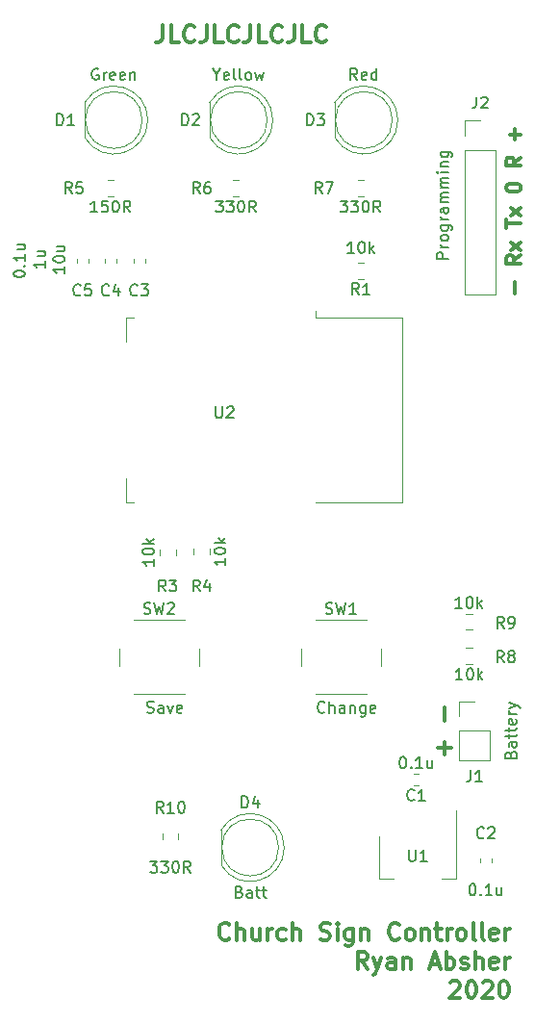
<source format=gbr>
G04 #@! TF.GenerationSoftware,KiCad,Pcbnew,(5.0.0)*
G04 #@! TF.CreationDate,2020-08-07T11:04:04-05:00*
G04 #@! TF.ProjectId,Church Controller,43687572636820436F6E74726F6C6C65,rev?*
G04 #@! TF.SameCoordinates,Original*
G04 #@! TF.FileFunction,Legend,Top*
G04 #@! TF.FilePolarity,Positive*
%FSLAX46Y46*%
G04 Gerber Fmt 4.6, Leading zero omitted, Abs format (unit mm)*
G04 Created by KiCad (PCBNEW (5.0.0)) date 08/07/20 11:04:04*
%MOMM*%
%LPD*%
G01*
G04 APERTURE LIST*
%ADD10C,0.300000*%
%ADD11C,0.120000*%
%ADD12C,0.150000*%
G04 APERTURE END LIST*
D10*
X153592857Y-76242857D02*
X153592857Y-75252380D01*
X154088095Y-72900000D02*
X153469047Y-73333333D01*
X154088095Y-73642857D02*
X152788095Y-73642857D01*
X152788095Y-73147619D01*
X152850000Y-73023809D01*
X152911904Y-72961904D01*
X153035714Y-72900000D01*
X153221428Y-72900000D01*
X153345238Y-72961904D01*
X153407142Y-73023809D01*
X153469047Y-73147619D01*
X153469047Y-73642857D01*
X154088095Y-72466666D02*
X153221428Y-71785714D01*
X153221428Y-72466666D02*
X154088095Y-71785714D01*
X152788095Y-70485714D02*
X152788095Y-69742857D01*
X154088095Y-70114285D02*
X152788095Y-70114285D01*
X154088095Y-69433333D02*
X153221428Y-68752380D01*
X153221428Y-69433333D02*
X154088095Y-68752380D01*
X152788095Y-67019047D02*
X152788095Y-66895238D01*
X152850000Y-66771428D01*
X152911904Y-66709523D01*
X153035714Y-66647619D01*
X153283333Y-66585714D01*
X153592857Y-66585714D01*
X153840476Y-66647619D01*
X153964285Y-66709523D01*
X154026190Y-66771428D01*
X154088095Y-66895238D01*
X154088095Y-67019047D01*
X154026190Y-67142857D01*
X153964285Y-67204761D01*
X153840476Y-67266666D01*
X153592857Y-67328571D01*
X153283333Y-67328571D01*
X153035714Y-67266666D01*
X152911904Y-67204761D01*
X152850000Y-67142857D01*
X152788095Y-67019047D01*
X154088095Y-64295238D02*
X153469047Y-64728571D01*
X154088095Y-65038095D02*
X152788095Y-65038095D01*
X152788095Y-64542857D01*
X152850000Y-64419047D01*
X152911904Y-64357142D01*
X153035714Y-64295238D01*
X153221428Y-64295238D01*
X153345238Y-64357142D01*
X153407142Y-64419047D01*
X153469047Y-64542857D01*
X153469047Y-65038095D01*
X153592857Y-62747619D02*
X153592857Y-61757142D01*
X154088095Y-62252380D02*
X153097619Y-62252380D01*
X147357142Y-116821428D02*
X147357142Y-115678571D01*
X147928571Y-116250000D02*
X146785714Y-116250000D01*
X147357142Y-113821428D02*
X147357142Y-112678571D01*
X128447857Y-132985714D02*
X128376428Y-133057142D01*
X128162142Y-133128571D01*
X128019285Y-133128571D01*
X127805000Y-133057142D01*
X127662142Y-132914285D01*
X127590714Y-132771428D01*
X127519285Y-132485714D01*
X127519285Y-132271428D01*
X127590714Y-131985714D01*
X127662142Y-131842857D01*
X127805000Y-131700000D01*
X128019285Y-131628571D01*
X128162142Y-131628571D01*
X128376428Y-131700000D01*
X128447857Y-131771428D01*
X129090714Y-133128571D02*
X129090714Y-131628571D01*
X129733571Y-133128571D02*
X129733571Y-132342857D01*
X129662142Y-132200000D01*
X129519285Y-132128571D01*
X129305000Y-132128571D01*
X129162142Y-132200000D01*
X129090714Y-132271428D01*
X131090714Y-132128571D02*
X131090714Y-133128571D01*
X130447857Y-132128571D02*
X130447857Y-132914285D01*
X130519285Y-133057142D01*
X130662142Y-133128571D01*
X130876428Y-133128571D01*
X131019285Y-133057142D01*
X131090714Y-132985714D01*
X131805000Y-133128571D02*
X131805000Y-132128571D01*
X131805000Y-132414285D02*
X131876428Y-132271428D01*
X131947857Y-132200000D01*
X132090714Y-132128571D01*
X132233571Y-132128571D01*
X133376428Y-133057142D02*
X133233571Y-133128571D01*
X132947857Y-133128571D01*
X132805000Y-133057142D01*
X132733571Y-132985714D01*
X132662142Y-132842857D01*
X132662142Y-132414285D01*
X132733571Y-132271428D01*
X132805000Y-132200000D01*
X132947857Y-132128571D01*
X133233571Y-132128571D01*
X133376428Y-132200000D01*
X134019285Y-133128571D02*
X134019285Y-131628571D01*
X134662142Y-133128571D02*
X134662142Y-132342857D01*
X134590714Y-132200000D01*
X134447857Y-132128571D01*
X134233571Y-132128571D01*
X134090714Y-132200000D01*
X134019285Y-132271428D01*
X136447857Y-133057142D02*
X136662142Y-133128571D01*
X137019285Y-133128571D01*
X137162142Y-133057142D01*
X137233571Y-132985714D01*
X137305000Y-132842857D01*
X137305000Y-132700000D01*
X137233571Y-132557142D01*
X137162142Y-132485714D01*
X137019285Y-132414285D01*
X136733571Y-132342857D01*
X136590714Y-132271428D01*
X136519285Y-132200000D01*
X136447857Y-132057142D01*
X136447857Y-131914285D01*
X136519285Y-131771428D01*
X136590714Y-131700000D01*
X136733571Y-131628571D01*
X137090714Y-131628571D01*
X137305000Y-131700000D01*
X137947857Y-133128571D02*
X137947857Y-132128571D01*
X137947857Y-131628571D02*
X137876428Y-131700000D01*
X137947857Y-131771428D01*
X138019285Y-131700000D01*
X137947857Y-131628571D01*
X137947857Y-131771428D01*
X139305000Y-132128571D02*
X139305000Y-133342857D01*
X139233571Y-133485714D01*
X139162142Y-133557142D01*
X139019285Y-133628571D01*
X138805000Y-133628571D01*
X138662142Y-133557142D01*
X139305000Y-133057142D02*
X139162142Y-133128571D01*
X138876428Y-133128571D01*
X138733571Y-133057142D01*
X138662142Y-132985714D01*
X138590714Y-132842857D01*
X138590714Y-132414285D01*
X138662142Y-132271428D01*
X138733571Y-132200000D01*
X138876428Y-132128571D01*
X139162142Y-132128571D01*
X139305000Y-132200000D01*
X140019285Y-132128571D02*
X140019285Y-133128571D01*
X140019285Y-132271428D02*
X140090714Y-132200000D01*
X140233571Y-132128571D01*
X140447857Y-132128571D01*
X140590714Y-132200000D01*
X140662142Y-132342857D01*
X140662142Y-133128571D01*
X143376428Y-132985714D02*
X143305000Y-133057142D01*
X143090714Y-133128571D01*
X142947857Y-133128571D01*
X142733571Y-133057142D01*
X142590714Y-132914285D01*
X142519285Y-132771428D01*
X142447857Y-132485714D01*
X142447857Y-132271428D01*
X142519285Y-131985714D01*
X142590714Y-131842857D01*
X142733571Y-131700000D01*
X142947857Y-131628571D01*
X143090714Y-131628571D01*
X143305000Y-131700000D01*
X143376428Y-131771428D01*
X144233571Y-133128571D02*
X144090714Y-133057142D01*
X144019285Y-132985714D01*
X143947857Y-132842857D01*
X143947857Y-132414285D01*
X144019285Y-132271428D01*
X144090714Y-132200000D01*
X144233571Y-132128571D01*
X144447857Y-132128571D01*
X144590714Y-132200000D01*
X144662142Y-132271428D01*
X144733571Y-132414285D01*
X144733571Y-132842857D01*
X144662142Y-132985714D01*
X144590714Y-133057142D01*
X144447857Y-133128571D01*
X144233571Y-133128571D01*
X145376428Y-132128571D02*
X145376428Y-133128571D01*
X145376428Y-132271428D02*
X145447857Y-132200000D01*
X145590714Y-132128571D01*
X145805000Y-132128571D01*
X145947857Y-132200000D01*
X146019285Y-132342857D01*
X146019285Y-133128571D01*
X146519285Y-132128571D02*
X147090714Y-132128571D01*
X146733571Y-131628571D02*
X146733571Y-132914285D01*
X146805000Y-133057142D01*
X146947857Y-133128571D01*
X147090714Y-133128571D01*
X147590714Y-133128571D02*
X147590714Y-132128571D01*
X147590714Y-132414285D02*
X147662142Y-132271428D01*
X147733571Y-132200000D01*
X147876428Y-132128571D01*
X148019285Y-132128571D01*
X148733571Y-133128571D02*
X148590714Y-133057142D01*
X148519285Y-132985714D01*
X148447857Y-132842857D01*
X148447857Y-132414285D01*
X148519285Y-132271428D01*
X148590714Y-132200000D01*
X148733571Y-132128571D01*
X148947857Y-132128571D01*
X149090714Y-132200000D01*
X149162142Y-132271428D01*
X149233571Y-132414285D01*
X149233571Y-132842857D01*
X149162142Y-132985714D01*
X149090714Y-133057142D01*
X148947857Y-133128571D01*
X148733571Y-133128571D01*
X150090714Y-133128571D02*
X149947857Y-133057142D01*
X149876428Y-132914285D01*
X149876428Y-131628571D01*
X150876428Y-133128571D02*
X150733571Y-133057142D01*
X150662142Y-132914285D01*
X150662142Y-131628571D01*
X152019285Y-133057142D02*
X151876428Y-133128571D01*
X151590714Y-133128571D01*
X151447857Y-133057142D01*
X151376428Y-132914285D01*
X151376428Y-132342857D01*
X151447857Y-132200000D01*
X151590714Y-132128571D01*
X151876428Y-132128571D01*
X152019285Y-132200000D01*
X152090714Y-132342857D01*
X152090714Y-132485714D01*
X151376428Y-132628571D01*
X152733571Y-133128571D02*
X152733571Y-132128571D01*
X152733571Y-132414285D02*
X152805000Y-132271428D01*
X152876428Y-132200000D01*
X153019285Y-132128571D01*
X153162142Y-132128571D01*
X140590714Y-135678571D02*
X140090714Y-134964285D01*
X139733571Y-135678571D02*
X139733571Y-134178571D01*
X140305000Y-134178571D01*
X140447857Y-134250000D01*
X140519285Y-134321428D01*
X140590714Y-134464285D01*
X140590714Y-134678571D01*
X140519285Y-134821428D01*
X140447857Y-134892857D01*
X140305000Y-134964285D01*
X139733571Y-134964285D01*
X141090714Y-134678571D02*
X141447857Y-135678571D01*
X141805000Y-134678571D02*
X141447857Y-135678571D01*
X141305000Y-136035714D01*
X141233571Y-136107142D01*
X141090714Y-136178571D01*
X143019285Y-135678571D02*
X143019285Y-134892857D01*
X142947857Y-134750000D01*
X142805000Y-134678571D01*
X142519285Y-134678571D01*
X142376428Y-134750000D01*
X143019285Y-135607142D02*
X142876428Y-135678571D01*
X142519285Y-135678571D01*
X142376428Y-135607142D01*
X142305000Y-135464285D01*
X142305000Y-135321428D01*
X142376428Y-135178571D01*
X142519285Y-135107142D01*
X142876428Y-135107142D01*
X143019285Y-135035714D01*
X143733571Y-134678571D02*
X143733571Y-135678571D01*
X143733571Y-134821428D02*
X143805000Y-134750000D01*
X143947857Y-134678571D01*
X144162142Y-134678571D01*
X144305000Y-134750000D01*
X144376428Y-134892857D01*
X144376428Y-135678571D01*
X146162142Y-135250000D02*
X146876428Y-135250000D01*
X146019285Y-135678571D02*
X146519285Y-134178571D01*
X147019285Y-135678571D01*
X147519285Y-135678571D02*
X147519285Y-134178571D01*
X147519285Y-134750000D02*
X147662142Y-134678571D01*
X147947857Y-134678571D01*
X148090714Y-134750000D01*
X148162142Y-134821428D01*
X148233571Y-134964285D01*
X148233571Y-135392857D01*
X148162142Y-135535714D01*
X148090714Y-135607142D01*
X147947857Y-135678571D01*
X147662142Y-135678571D01*
X147519285Y-135607142D01*
X148805000Y-135607142D02*
X148947857Y-135678571D01*
X149233571Y-135678571D01*
X149376428Y-135607142D01*
X149447857Y-135464285D01*
X149447857Y-135392857D01*
X149376428Y-135250000D01*
X149233571Y-135178571D01*
X149019285Y-135178571D01*
X148876428Y-135107142D01*
X148805000Y-134964285D01*
X148805000Y-134892857D01*
X148876428Y-134750000D01*
X149019285Y-134678571D01*
X149233571Y-134678571D01*
X149376428Y-134750000D01*
X150090714Y-135678571D02*
X150090714Y-134178571D01*
X150733571Y-135678571D02*
X150733571Y-134892857D01*
X150662142Y-134750000D01*
X150519285Y-134678571D01*
X150305000Y-134678571D01*
X150162142Y-134750000D01*
X150090714Y-134821428D01*
X152019285Y-135607142D02*
X151876428Y-135678571D01*
X151590714Y-135678571D01*
X151447857Y-135607142D01*
X151376428Y-135464285D01*
X151376428Y-134892857D01*
X151447857Y-134750000D01*
X151590714Y-134678571D01*
X151876428Y-134678571D01*
X152019285Y-134750000D01*
X152090714Y-134892857D01*
X152090714Y-135035714D01*
X151376428Y-135178571D01*
X152733571Y-135678571D02*
X152733571Y-134678571D01*
X152733571Y-134964285D02*
X152805000Y-134821428D01*
X152876428Y-134750000D01*
X153019285Y-134678571D01*
X153162142Y-134678571D01*
X147876428Y-136871428D02*
X147947857Y-136800000D01*
X148090714Y-136728571D01*
X148447857Y-136728571D01*
X148590714Y-136800000D01*
X148662142Y-136871428D01*
X148733571Y-137014285D01*
X148733571Y-137157142D01*
X148662142Y-137371428D01*
X147805000Y-138228571D01*
X148733571Y-138228571D01*
X149662142Y-136728571D02*
X149805000Y-136728571D01*
X149947857Y-136800000D01*
X150019285Y-136871428D01*
X150090714Y-137014285D01*
X150162142Y-137300000D01*
X150162142Y-137657142D01*
X150090714Y-137942857D01*
X150019285Y-138085714D01*
X149947857Y-138157142D01*
X149805000Y-138228571D01*
X149662142Y-138228571D01*
X149519285Y-138157142D01*
X149447857Y-138085714D01*
X149376428Y-137942857D01*
X149305000Y-137657142D01*
X149305000Y-137300000D01*
X149376428Y-137014285D01*
X149447857Y-136871428D01*
X149519285Y-136800000D01*
X149662142Y-136728571D01*
X150733571Y-136871428D02*
X150805000Y-136800000D01*
X150947857Y-136728571D01*
X151305000Y-136728571D01*
X151447857Y-136800000D01*
X151519285Y-136871428D01*
X151590714Y-137014285D01*
X151590714Y-137157142D01*
X151519285Y-137371428D01*
X150662142Y-138228571D01*
X151590714Y-138228571D01*
X152519285Y-136728571D02*
X152662142Y-136728571D01*
X152805000Y-136800000D01*
X152876428Y-136871428D01*
X152947857Y-137014285D01*
X153019285Y-137300000D01*
X153019285Y-137657142D01*
X152947857Y-137942857D01*
X152876428Y-138085714D01*
X152805000Y-138157142D01*
X152662142Y-138228571D01*
X152519285Y-138228571D01*
X152376428Y-138157142D01*
X152305000Y-138085714D01*
X152233571Y-137942857D01*
X152162142Y-137657142D01*
X152162142Y-137300000D01*
X152233571Y-137014285D01*
X152305000Y-136871428D01*
X152376428Y-136800000D01*
X152519285Y-136728571D01*
X122571428Y-52678571D02*
X122571428Y-53750000D01*
X122500000Y-53964285D01*
X122357142Y-54107142D01*
X122142857Y-54178571D01*
X122000000Y-54178571D01*
X124000000Y-54178571D02*
X123285714Y-54178571D01*
X123285714Y-52678571D01*
X125357142Y-54035714D02*
X125285714Y-54107142D01*
X125071428Y-54178571D01*
X124928571Y-54178571D01*
X124714285Y-54107142D01*
X124571428Y-53964285D01*
X124500000Y-53821428D01*
X124428571Y-53535714D01*
X124428571Y-53321428D01*
X124500000Y-53035714D01*
X124571428Y-52892857D01*
X124714285Y-52750000D01*
X124928571Y-52678571D01*
X125071428Y-52678571D01*
X125285714Y-52750000D01*
X125357142Y-52821428D01*
X126428571Y-52678571D02*
X126428571Y-53750000D01*
X126357142Y-53964285D01*
X126214285Y-54107142D01*
X126000000Y-54178571D01*
X125857142Y-54178571D01*
X127857142Y-54178571D02*
X127142857Y-54178571D01*
X127142857Y-52678571D01*
X129214285Y-54035714D02*
X129142857Y-54107142D01*
X128928571Y-54178571D01*
X128785714Y-54178571D01*
X128571428Y-54107142D01*
X128428571Y-53964285D01*
X128357142Y-53821428D01*
X128285714Y-53535714D01*
X128285714Y-53321428D01*
X128357142Y-53035714D01*
X128428571Y-52892857D01*
X128571428Y-52750000D01*
X128785714Y-52678571D01*
X128928571Y-52678571D01*
X129142857Y-52750000D01*
X129214285Y-52821428D01*
X130285714Y-52678571D02*
X130285714Y-53750000D01*
X130214285Y-53964285D01*
X130071428Y-54107142D01*
X129857142Y-54178571D01*
X129714285Y-54178571D01*
X131714285Y-54178571D02*
X131000000Y-54178571D01*
X131000000Y-52678571D01*
X133071428Y-54035714D02*
X133000000Y-54107142D01*
X132785714Y-54178571D01*
X132642857Y-54178571D01*
X132428571Y-54107142D01*
X132285714Y-53964285D01*
X132214285Y-53821428D01*
X132142857Y-53535714D01*
X132142857Y-53321428D01*
X132214285Y-53035714D01*
X132285714Y-52892857D01*
X132428571Y-52750000D01*
X132642857Y-52678571D01*
X132785714Y-52678571D01*
X133000000Y-52750000D01*
X133071428Y-52821428D01*
X134142857Y-52678571D02*
X134142857Y-53750000D01*
X134071428Y-53964285D01*
X133928571Y-54107142D01*
X133714285Y-54178571D01*
X133571428Y-54178571D01*
X135571428Y-54178571D02*
X134857142Y-54178571D01*
X134857142Y-52678571D01*
X136928571Y-54035714D02*
X136857142Y-54107142D01*
X136642857Y-54178571D01*
X136500000Y-54178571D01*
X136285714Y-54107142D01*
X136142857Y-53964285D01*
X136071428Y-53821428D01*
X136000000Y-53535714D01*
X136000000Y-53321428D01*
X136071428Y-53035714D01*
X136142857Y-52892857D01*
X136285714Y-52750000D01*
X136500000Y-52678571D01*
X136642857Y-52678571D01*
X136857142Y-52750000D01*
X136928571Y-52821428D01*
D11*
G04 #@! TO.C,C1*
X145046267Y-118490000D02*
X144703733Y-118490000D01*
X145046267Y-119510000D02*
X144703733Y-119510000D01*
G04 #@! TO.C,C2*
X151510000Y-125953733D02*
X151510000Y-126296267D01*
X150490000Y-125953733D02*
X150490000Y-126296267D01*
G04 #@! TO.C,C3*
X121010000Y-73203733D02*
X121010000Y-73546267D01*
X119990000Y-73203733D02*
X119990000Y-73546267D01*
G04 #@! TO.C,C4*
X117490000Y-73203733D02*
X117490000Y-73546267D01*
X118510000Y-73203733D02*
X118510000Y-73546267D01*
G04 #@! TO.C,C5*
X116010000Y-73201568D02*
X116010000Y-73544102D01*
X114990000Y-73201568D02*
X114990000Y-73544102D01*
G04 #@! TO.C,D1*
X121260000Y-61000462D02*
G75*
G03X115710000Y-59455170I-2990000J462D01*
G01*
X121260000Y-60999538D02*
G75*
G02X115710000Y-62544830I-2990000J-462D01*
G01*
X120770000Y-61000000D02*
G75*
G03X120770000Y-61000000I-2500000J0D01*
G01*
X115710000Y-59455000D02*
X115710000Y-62545000D01*
G04 #@! TO.C,D2*
X132260000Y-61000462D02*
G75*
G03X126710000Y-59455170I-2990000J462D01*
G01*
X132260000Y-60999538D02*
G75*
G02X126710000Y-62544830I-2990000J-462D01*
G01*
X131770000Y-61000000D02*
G75*
G03X131770000Y-61000000I-2500000J0D01*
G01*
X126710000Y-59455000D02*
X126710000Y-62545000D01*
G04 #@! TO.C,D3*
X137710000Y-59455000D02*
X137710000Y-62545000D01*
X142770000Y-61000000D02*
G75*
G03X142770000Y-61000000I-2500000J0D01*
G01*
X143260000Y-60999538D02*
G75*
G02X137710000Y-62544830I-2990000J-462D01*
G01*
X143260000Y-61000462D02*
G75*
G03X137710000Y-59455170I-2990000J462D01*
G01*
G04 #@! TO.C,D4*
X127710000Y-123455000D02*
X127710000Y-126545000D01*
X132770000Y-125000000D02*
G75*
G03X132770000Y-125000000I-2500000J0D01*
G01*
X133260000Y-124999538D02*
G75*
G02X127710000Y-126544830I-2990000J-462D01*
G01*
X133260000Y-125000462D02*
G75*
G03X127710000Y-123455170I-2990000J462D01*
G01*
G04 #@! TO.C,J1*
X148670000Y-117330000D02*
X151330000Y-117330000D01*
X148670000Y-114730000D02*
X148670000Y-117330000D01*
X151330000Y-114730000D02*
X151330000Y-117330000D01*
X148670000Y-114730000D02*
X151330000Y-114730000D01*
X148670000Y-113460000D02*
X148670000Y-112130000D01*
X148670000Y-112130000D02*
X150000000Y-112130000D01*
G04 #@! TO.C,R1*
X140261252Y-73540000D02*
X139738748Y-73540000D01*
X140261252Y-74960000D02*
X139738748Y-74960000D01*
G04 #@! TO.C,R3*
X123710000Y-98763748D02*
X123710000Y-99286252D01*
X122290000Y-98763748D02*
X122290000Y-99286252D01*
G04 #@! TO.C,R4*
X125290000Y-99236252D02*
X125290000Y-98713748D01*
X126710000Y-99236252D02*
X126710000Y-98713748D01*
G04 #@! TO.C,R5*
X117713748Y-66290000D02*
X118236252Y-66290000D01*
X117713748Y-67710000D02*
X118236252Y-67710000D01*
G04 #@! TO.C,R6*
X128763748Y-67710000D02*
X129286252Y-67710000D01*
X128763748Y-66290000D02*
X129286252Y-66290000D01*
G04 #@! TO.C,R7*
X139713748Y-66290000D02*
X140236252Y-66290000D01*
X139713748Y-67710000D02*
X140236252Y-67710000D01*
G04 #@! TO.C,R8*
X149267339Y-107420541D02*
X149789843Y-107420541D01*
X149267339Y-108840541D02*
X149789843Y-108840541D01*
G04 #@! TO.C,R9*
X149789843Y-104420541D02*
X149267339Y-104420541D01*
X149789843Y-105840541D02*
X149267339Y-105840541D01*
G04 #@! TO.C,R10*
X123960000Y-124286252D02*
X123960000Y-123763748D01*
X122540000Y-124286252D02*
X122540000Y-123763748D01*
G04 #@! TO.C,SW1*
X136000000Y-111500000D02*
X140500000Y-111500000D01*
X134750000Y-107500000D02*
X134750000Y-109000000D01*
X140500000Y-105000000D02*
X136000000Y-105000000D01*
X141750000Y-109000000D02*
X141750000Y-107500000D01*
G04 #@! TO.C,SW2*
X125750000Y-109000000D02*
X125750000Y-107500000D01*
X124500000Y-105000000D02*
X120000000Y-105000000D01*
X118750000Y-107500000D02*
X118750000Y-109000000D01*
X120000000Y-111500000D02*
X124500000Y-111500000D01*
G04 #@! TO.C,U1*
X141590000Y-127760000D02*
X142850000Y-127760000D01*
X148410000Y-127760000D02*
X147150000Y-127760000D01*
X141590000Y-124000000D02*
X141590000Y-127760000D01*
X148410000Y-121750000D02*
X148410000Y-127760000D01*
G04 #@! TO.C,U2*
X143620000Y-78380000D02*
X143620000Y-94620000D01*
X143620000Y-94620000D02*
X136000000Y-94620000D01*
X120000000Y-94620000D02*
X119380000Y-94620000D01*
X119380000Y-94620000D02*
X119380000Y-92500000D01*
X119380000Y-80500000D02*
X119380000Y-78380000D01*
X119380000Y-78380000D02*
X120000000Y-78380000D01*
X136000000Y-78380000D02*
X143620000Y-78380000D01*
X136000000Y-78380000D02*
X136000000Y-77770000D01*
G04 #@! TO.C,J2*
X149170000Y-76370000D02*
X151830000Y-76370000D01*
X149170000Y-63610000D02*
X149170000Y-76370000D01*
X151830000Y-63610000D02*
X151830000Y-76370000D01*
X149170000Y-63610000D02*
X151830000Y-63610000D01*
X149170000Y-62340000D02*
X149170000Y-61010000D01*
X149170000Y-61010000D02*
X150500000Y-61010000D01*
G04 #@! TO.C,C1*
D12*
X144708333Y-120787142D02*
X144660714Y-120834761D01*
X144517857Y-120882380D01*
X144422619Y-120882380D01*
X144279761Y-120834761D01*
X144184523Y-120739523D01*
X144136904Y-120644285D01*
X144089285Y-120453809D01*
X144089285Y-120310952D01*
X144136904Y-120120476D01*
X144184523Y-120025238D01*
X144279761Y-119930000D01*
X144422619Y-119882380D01*
X144517857Y-119882380D01*
X144660714Y-119930000D01*
X144708333Y-119977619D01*
X145660714Y-120882380D02*
X145089285Y-120882380D01*
X145375000Y-120882380D02*
X145375000Y-119882380D01*
X145279761Y-120025238D01*
X145184523Y-120120476D01*
X145089285Y-120168095D01*
X143660714Y-117022380D02*
X143755952Y-117022380D01*
X143851190Y-117070000D01*
X143898809Y-117117619D01*
X143946428Y-117212857D01*
X143994047Y-117403333D01*
X143994047Y-117641428D01*
X143946428Y-117831904D01*
X143898809Y-117927142D01*
X143851190Y-117974761D01*
X143755952Y-118022380D01*
X143660714Y-118022380D01*
X143565476Y-117974761D01*
X143517857Y-117927142D01*
X143470238Y-117831904D01*
X143422619Y-117641428D01*
X143422619Y-117403333D01*
X143470238Y-117212857D01*
X143517857Y-117117619D01*
X143565476Y-117070000D01*
X143660714Y-117022380D01*
X144422619Y-117927142D02*
X144470238Y-117974761D01*
X144422619Y-118022380D01*
X144375000Y-117974761D01*
X144422619Y-117927142D01*
X144422619Y-118022380D01*
X145422619Y-118022380D02*
X144851190Y-118022380D01*
X145136904Y-118022380D02*
X145136904Y-117022380D01*
X145041666Y-117165238D01*
X144946428Y-117260476D01*
X144851190Y-117308095D01*
X146279761Y-117355714D02*
X146279761Y-118022380D01*
X145851190Y-117355714D02*
X145851190Y-117879523D01*
X145898809Y-117974761D01*
X145994047Y-118022380D01*
X146136904Y-118022380D01*
X146232142Y-117974761D01*
X146279761Y-117927142D01*
G04 #@! TO.C,C2*
X150833333Y-124107142D02*
X150785714Y-124154761D01*
X150642857Y-124202380D01*
X150547619Y-124202380D01*
X150404761Y-124154761D01*
X150309523Y-124059523D01*
X150261904Y-123964285D01*
X150214285Y-123773809D01*
X150214285Y-123630952D01*
X150261904Y-123440476D01*
X150309523Y-123345238D01*
X150404761Y-123250000D01*
X150547619Y-123202380D01*
X150642857Y-123202380D01*
X150785714Y-123250000D01*
X150833333Y-123297619D01*
X151214285Y-123297619D02*
X151261904Y-123250000D01*
X151357142Y-123202380D01*
X151595238Y-123202380D01*
X151690476Y-123250000D01*
X151738095Y-123297619D01*
X151785714Y-123392857D01*
X151785714Y-123488095D01*
X151738095Y-123630952D01*
X151166666Y-124202380D01*
X151785714Y-124202380D01*
X149785714Y-128202380D02*
X149880952Y-128202380D01*
X149976190Y-128250000D01*
X150023809Y-128297619D01*
X150071428Y-128392857D01*
X150119047Y-128583333D01*
X150119047Y-128821428D01*
X150071428Y-129011904D01*
X150023809Y-129107142D01*
X149976190Y-129154761D01*
X149880952Y-129202380D01*
X149785714Y-129202380D01*
X149690476Y-129154761D01*
X149642857Y-129107142D01*
X149595238Y-129011904D01*
X149547619Y-128821428D01*
X149547619Y-128583333D01*
X149595238Y-128392857D01*
X149642857Y-128297619D01*
X149690476Y-128250000D01*
X149785714Y-128202380D01*
X150547619Y-129107142D02*
X150595238Y-129154761D01*
X150547619Y-129202380D01*
X150500000Y-129154761D01*
X150547619Y-129107142D01*
X150547619Y-129202380D01*
X151547619Y-129202380D02*
X150976190Y-129202380D01*
X151261904Y-129202380D02*
X151261904Y-128202380D01*
X151166666Y-128345238D01*
X151071428Y-128440476D01*
X150976190Y-128488095D01*
X152404761Y-128535714D02*
X152404761Y-129202380D01*
X151976190Y-128535714D02*
X151976190Y-129059523D01*
X152023809Y-129154761D01*
X152119047Y-129202380D01*
X152261904Y-129202380D01*
X152357142Y-129154761D01*
X152404761Y-129107142D01*
G04 #@! TO.C,C3*
X120333333Y-76357142D02*
X120285714Y-76404761D01*
X120142857Y-76452380D01*
X120047619Y-76452380D01*
X119904761Y-76404761D01*
X119809523Y-76309523D01*
X119761904Y-76214285D01*
X119714285Y-76023809D01*
X119714285Y-75880952D01*
X119761904Y-75690476D01*
X119809523Y-75595238D01*
X119904761Y-75500000D01*
X120047619Y-75452380D01*
X120142857Y-75452380D01*
X120285714Y-75500000D01*
X120333333Y-75547619D01*
X120666666Y-75452380D02*
X121285714Y-75452380D01*
X120952380Y-75833333D01*
X121095238Y-75833333D01*
X121190476Y-75880952D01*
X121238095Y-75928571D01*
X121285714Y-76023809D01*
X121285714Y-76261904D01*
X121238095Y-76357142D01*
X121190476Y-76404761D01*
X121095238Y-76452380D01*
X120809523Y-76452380D01*
X120714285Y-76404761D01*
X120666666Y-76357142D01*
X113952380Y-73892857D02*
X113952380Y-74464285D01*
X113952380Y-74178571D02*
X112952380Y-74178571D01*
X113095238Y-74273809D01*
X113190476Y-74369047D01*
X113238095Y-74464285D01*
X112952380Y-73273809D02*
X112952380Y-73178571D01*
X113000000Y-73083333D01*
X113047619Y-73035714D01*
X113142857Y-72988095D01*
X113333333Y-72940476D01*
X113571428Y-72940476D01*
X113761904Y-72988095D01*
X113857142Y-73035714D01*
X113904761Y-73083333D01*
X113952380Y-73178571D01*
X113952380Y-73273809D01*
X113904761Y-73369047D01*
X113857142Y-73416666D01*
X113761904Y-73464285D01*
X113571428Y-73511904D01*
X113333333Y-73511904D01*
X113142857Y-73464285D01*
X113047619Y-73416666D01*
X113000000Y-73369047D01*
X112952380Y-73273809D01*
X113285714Y-72083333D02*
X113952380Y-72083333D01*
X113285714Y-72511904D02*
X113809523Y-72511904D01*
X113904761Y-72464285D01*
X113952380Y-72369047D01*
X113952380Y-72226190D01*
X113904761Y-72130952D01*
X113857142Y-72083333D01*
G04 #@! TO.C,C4*
X117833333Y-76357142D02*
X117785714Y-76404761D01*
X117642857Y-76452380D01*
X117547619Y-76452380D01*
X117404761Y-76404761D01*
X117309523Y-76309523D01*
X117261904Y-76214285D01*
X117214285Y-76023809D01*
X117214285Y-75880952D01*
X117261904Y-75690476D01*
X117309523Y-75595238D01*
X117404761Y-75500000D01*
X117547619Y-75452380D01*
X117642857Y-75452380D01*
X117785714Y-75500000D01*
X117833333Y-75547619D01*
X118690476Y-75785714D02*
X118690476Y-76452380D01*
X118452380Y-75404761D02*
X118214285Y-76119047D01*
X118833333Y-76119047D01*
X112202380Y-73416666D02*
X112202380Y-73988095D01*
X112202380Y-73702380D02*
X111202380Y-73702380D01*
X111345238Y-73797619D01*
X111440476Y-73892857D01*
X111488095Y-73988095D01*
X111535714Y-72559523D02*
X112202380Y-72559523D01*
X111535714Y-72988095D02*
X112059523Y-72988095D01*
X112154761Y-72940476D01*
X112202380Y-72845238D01*
X112202380Y-72702380D01*
X112154761Y-72607142D01*
X112107142Y-72559523D01*
G04 #@! TO.C,C5*
X115333333Y-76357142D02*
X115285714Y-76404761D01*
X115142857Y-76452380D01*
X115047619Y-76452380D01*
X114904761Y-76404761D01*
X114809523Y-76309523D01*
X114761904Y-76214285D01*
X114714285Y-76023809D01*
X114714285Y-75880952D01*
X114761904Y-75690476D01*
X114809523Y-75595238D01*
X114904761Y-75500000D01*
X115047619Y-75452380D01*
X115142857Y-75452380D01*
X115285714Y-75500000D01*
X115333333Y-75547619D01*
X116238095Y-75452380D02*
X115761904Y-75452380D01*
X115714285Y-75928571D01*
X115761904Y-75880952D01*
X115857142Y-75833333D01*
X116095238Y-75833333D01*
X116190476Y-75880952D01*
X116238095Y-75928571D01*
X116285714Y-76023809D01*
X116285714Y-76261904D01*
X116238095Y-76357142D01*
X116190476Y-76404761D01*
X116095238Y-76452380D01*
X115857142Y-76452380D01*
X115761904Y-76404761D01*
X115714285Y-76357142D01*
X109452380Y-74587120D02*
X109452380Y-74491882D01*
X109500000Y-74396644D01*
X109547619Y-74349025D01*
X109642857Y-74301406D01*
X109833333Y-74253787D01*
X110071428Y-74253787D01*
X110261904Y-74301406D01*
X110357142Y-74349025D01*
X110404761Y-74396644D01*
X110452380Y-74491882D01*
X110452380Y-74587120D01*
X110404761Y-74682358D01*
X110357142Y-74729977D01*
X110261904Y-74777596D01*
X110071428Y-74825215D01*
X109833333Y-74825215D01*
X109642857Y-74777596D01*
X109547619Y-74729977D01*
X109500000Y-74682358D01*
X109452380Y-74587120D01*
X110357142Y-73825215D02*
X110404761Y-73777596D01*
X110452380Y-73825215D01*
X110404761Y-73872835D01*
X110357142Y-73825215D01*
X110452380Y-73825215D01*
X110452380Y-72825215D02*
X110452380Y-73396644D01*
X110452380Y-73110930D02*
X109452380Y-73110930D01*
X109595238Y-73206168D01*
X109690476Y-73301406D01*
X109738095Y-73396644D01*
X109785714Y-71968073D02*
X110452380Y-71968073D01*
X109785714Y-72396644D02*
X110309523Y-72396644D01*
X110404761Y-72349025D01*
X110452380Y-72253787D01*
X110452380Y-72110930D01*
X110404761Y-72015692D01*
X110357142Y-71968073D01*
G04 #@! TO.C,D1*
X113261904Y-61452380D02*
X113261904Y-60452380D01*
X113500000Y-60452380D01*
X113642857Y-60500000D01*
X113738095Y-60595238D01*
X113785714Y-60690476D01*
X113833333Y-60880952D01*
X113833333Y-61023809D01*
X113785714Y-61214285D01*
X113738095Y-61309523D01*
X113642857Y-61404761D01*
X113500000Y-61452380D01*
X113261904Y-61452380D01*
X114785714Y-61452380D02*
X114214285Y-61452380D01*
X114500000Y-61452380D02*
X114500000Y-60452380D01*
X114404761Y-60595238D01*
X114309523Y-60690476D01*
X114214285Y-60738095D01*
X116892857Y-56500000D02*
X116797619Y-56452380D01*
X116654761Y-56452380D01*
X116511904Y-56500000D01*
X116416666Y-56595238D01*
X116369047Y-56690476D01*
X116321428Y-56880952D01*
X116321428Y-57023809D01*
X116369047Y-57214285D01*
X116416666Y-57309523D01*
X116511904Y-57404761D01*
X116654761Y-57452380D01*
X116750000Y-57452380D01*
X116892857Y-57404761D01*
X116940476Y-57357142D01*
X116940476Y-57023809D01*
X116750000Y-57023809D01*
X117369047Y-57452380D02*
X117369047Y-56785714D01*
X117369047Y-56976190D02*
X117416666Y-56880952D01*
X117464285Y-56833333D01*
X117559523Y-56785714D01*
X117654761Y-56785714D01*
X118369047Y-57404761D02*
X118273809Y-57452380D01*
X118083333Y-57452380D01*
X117988095Y-57404761D01*
X117940476Y-57309523D01*
X117940476Y-56928571D01*
X117988095Y-56833333D01*
X118083333Y-56785714D01*
X118273809Y-56785714D01*
X118369047Y-56833333D01*
X118416666Y-56928571D01*
X118416666Y-57023809D01*
X117940476Y-57119047D01*
X119226190Y-57404761D02*
X119130952Y-57452380D01*
X118940476Y-57452380D01*
X118845238Y-57404761D01*
X118797619Y-57309523D01*
X118797619Y-56928571D01*
X118845238Y-56833333D01*
X118940476Y-56785714D01*
X119130952Y-56785714D01*
X119226190Y-56833333D01*
X119273809Y-56928571D01*
X119273809Y-57023809D01*
X118797619Y-57119047D01*
X119702380Y-56785714D02*
X119702380Y-57452380D01*
X119702380Y-56880952D02*
X119750000Y-56833333D01*
X119845238Y-56785714D01*
X119988095Y-56785714D01*
X120083333Y-56833333D01*
X120130952Y-56928571D01*
X120130952Y-57452380D01*
G04 #@! TO.C,D2*
X124261904Y-61452380D02*
X124261904Y-60452380D01*
X124500000Y-60452380D01*
X124642857Y-60500000D01*
X124738095Y-60595238D01*
X124785714Y-60690476D01*
X124833333Y-60880952D01*
X124833333Y-61023809D01*
X124785714Y-61214285D01*
X124738095Y-61309523D01*
X124642857Y-61404761D01*
X124500000Y-61452380D01*
X124261904Y-61452380D01*
X125214285Y-60547619D02*
X125261904Y-60500000D01*
X125357142Y-60452380D01*
X125595238Y-60452380D01*
X125690476Y-60500000D01*
X125738095Y-60547619D01*
X125785714Y-60642857D01*
X125785714Y-60738095D01*
X125738095Y-60880952D01*
X125166666Y-61452380D01*
X125785714Y-61452380D01*
X127321428Y-56976190D02*
X127321428Y-57452380D01*
X126988095Y-56452380D02*
X127321428Y-56976190D01*
X127654761Y-56452380D01*
X128369047Y-57404761D02*
X128273809Y-57452380D01*
X128083333Y-57452380D01*
X127988095Y-57404761D01*
X127940476Y-57309523D01*
X127940476Y-56928571D01*
X127988095Y-56833333D01*
X128083333Y-56785714D01*
X128273809Y-56785714D01*
X128369047Y-56833333D01*
X128416666Y-56928571D01*
X128416666Y-57023809D01*
X127940476Y-57119047D01*
X128988095Y-57452380D02*
X128892857Y-57404761D01*
X128845238Y-57309523D01*
X128845238Y-56452380D01*
X129511904Y-57452380D02*
X129416666Y-57404761D01*
X129369047Y-57309523D01*
X129369047Y-56452380D01*
X130035714Y-57452380D02*
X129940476Y-57404761D01*
X129892857Y-57357142D01*
X129845238Y-57261904D01*
X129845238Y-56976190D01*
X129892857Y-56880952D01*
X129940476Y-56833333D01*
X130035714Y-56785714D01*
X130178571Y-56785714D01*
X130273809Y-56833333D01*
X130321428Y-56880952D01*
X130369047Y-56976190D01*
X130369047Y-57261904D01*
X130321428Y-57357142D01*
X130273809Y-57404761D01*
X130178571Y-57452380D01*
X130035714Y-57452380D01*
X130702380Y-56785714D02*
X130892857Y-57452380D01*
X131083333Y-56976190D01*
X131273809Y-57452380D01*
X131464285Y-56785714D01*
G04 #@! TO.C,D3*
X135261904Y-61452380D02*
X135261904Y-60452380D01*
X135500000Y-60452380D01*
X135642857Y-60500000D01*
X135738095Y-60595238D01*
X135785714Y-60690476D01*
X135833333Y-60880952D01*
X135833333Y-61023809D01*
X135785714Y-61214285D01*
X135738095Y-61309523D01*
X135642857Y-61404761D01*
X135500000Y-61452380D01*
X135261904Y-61452380D01*
X136166666Y-60452380D02*
X136785714Y-60452380D01*
X136452380Y-60833333D01*
X136595238Y-60833333D01*
X136690476Y-60880952D01*
X136738095Y-60928571D01*
X136785714Y-61023809D01*
X136785714Y-61261904D01*
X136738095Y-61357142D01*
X136690476Y-61404761D01*
X136595238Y-61452380D01*
X136309523Y-61452380D01*
X136214285Y-61404761D01*
X136166666Y-61357142D01*
X139678571Y-57452380D02*
X139345238Y-56976190D01*
X139107142Y-57452380D02*
X139107142Y-56452380D01*
X139488095Y-56452380D01*
X139583333Y-56500000D01*
X139630952Y-56547619D01*
X139678571Y-56642857D01*
X139678571Y-56785714D01*
X139630952Y-56880952D01*
X139583333Y-56928571D01*
X139488095Y-56976190D01*
X139107142Y-56976190D01*
X140488095Y-57404761D02*
X140392857Y-57452380D01*
X140202380Y-57452380D01*
X140107142Y-57404761D01*
X140059523Y-57309523D01*
X140059523Y-56928571D01*
X140107142Y-56833333D01*
X140202380Y-56785714D01*
X140392857Y-56785714D01*
X140488095Y-56833333D01*
X140535714Y-56928571D01*
X140535714Y-57023809D01*
X140059523Y-57119047D01*
X141392857Y-57452380D02*
X141392857Y-56452380D01*
X141392857Y-57404761D02*
X141297619Y-57452380D01*
X141107142Y-57452380D01*
X141011904Y-57404761D01*
X140964285Y-57357142D01*
X140916666Y-57261904D01*
X140916666Y-56976190D01*
X140964285Y-56880952D01*
X141011904Y-56833333D01*
X141107142Y-56785714D01*
X141297619Y-56785714D01*
X141392857Y-56833333D01*
G04 #@! TO.C,D4*
X129531904Y-121492380D02*
X129531904Y-120492380D01*
X129770000Y-120492380D01*
X129912857Y-120540000D01*
X130008095Y-120635238D01*
X130055714Y-120730476D01*
X130103333Y-120920952D01*
X130103333Y-121063809D01*
X130055714Y-121254285D01*
X130008095Y-121349523D01*
X129912857Y-121444761D01*
X129770000Y-121492380D01*
X129531904Y-121492380D01*
X130960476Y-120825714D02*
X130960476Y-121492380D01*
X130722380Y-120444761D02*
X130484285Y-121159047D01*
X131103333Y-121159047D01*
X129317619Y-128888571D02*
X129460476Y-128936190D01*
X129508095Y-128983809D01*
X129555714Y-129079047D01*
X129555714Y-129221904D01*
X129508095Y-129317142D01*
X129460476Y-129364761D01*
X129365238Y-129412380D01*
X128984285Y-129412380D01*
X128984285Y-128412380D01*
X129317619Y-128412380D01*
X129412857Y-128460000D01*
X129460476Y-128507619D01*
X129508095Y-128602857D01*
X129508095Y-128698095D01*
X129460476Y-128793333D01*
X129412857Y-128840952D01*
X129317619Y-128888571D01*
X128984285Y-128888571D01*
X130412857Y-129412380D02*
X130412857Y-128888571D01*
X130365238Y-128793333D01*
X130270000Y-128745714D01*
X130079523Y-128745714D01*
X129984285Y-128793333D01*
X130412857Y-129364761D02*
X130317619Y-129412380D01*
X130079523Y-129412380D01*
X129984285Y-129364761D01*
X129936666Y-129269523D01*
X129936666Y-129174285D01*
X129984285Y-129079047D01*
X130079523Y-129031428D01*
X130317619Y-129031428D01*
X130412857Y-128983809D01*
X130746190Y-128745714D02*
X131127142Y-128745714D01*
X130889047Y-128412380D02*
X130889047Y-129269523D01*
X130936666Y-129364761D01*
X131031904Y-129412380D01*
X131127142Y-129412380D01*
X131317619Y-128745714D02*
X131698571Y-128745714D01*
X131460476Y-128412380D02*
X131460476Y-129269523D01*
X131508095Y-129364761D01*
X131603333Y-129412380D01*
X131698571Y-129412380D01*
G04 #@! TO.C,J1*
X149666666Y-118202380D02*
X149666666Y-118916666D01*
X149619047Y-119059523D01*
X149523809Y-119154761D01*
X149380952Y-119202380D01*
X149285714Y-119202380D01*
X150666666Y-119202380D02*
X150095238Y-119202380D01*
X150380952Y-119202380D02*
X150380952Y-118202380D01*
X150285714Y-118345238D01*
X150190476Y-118440476D01*
X150095238Y-118488095D01*
X153178571Y-116821428D02*
X153226190Y-116678571D01*
X153273809Y-116630952D01*
X153369047Y-116583333D01*
X153511904Y-116583333D01*
X153607142Y-116630952D01*
X153654761Y-116678571D01*
X153702380Y-116773809D01*
X153702380Y-117154761D01*
X152702380Y-117154761D01*
X152702380Y-116821428D01*
X152750000Y-116726190D01*
X152797619Y-116678571D01*
X152892857Y-116630952D01*
X152988095Y-116630952D01*
X153083333Y-116678571D01*
X153130952Y-116726190D01*
X153178571Y-116821428D01*
X153178571Y-117154761D01*
X153702380Y-115726190D02*
X153178571Y-115726190D01*
X153083333Y-115773809D01*
X153035714Y-115869047D01*
X153035714Y-116059523D01*
X153083333Y-116154761D01*
X153654761Y-115726190D02*
X153702380Y-115821428D01*
X153702380Y-116059523D01*
X153654761Y-116154761D01*
X153559523Y-116202380D01*
X153464285Y-116202380D01*
X153369047Y-116154761D01*
X153321428Y-116059523D01*
X153321428Y-115821428D01*
X153273809Y-115726190D01*
X153035714Y-115392857D02*
X153035714Y-115011904D01*
X152702380Y-115250000D02*
X153559523Y-115250000D01*
X153654761Y-115202380D01*
X153702380Y-115107142D01*
X153702380Y-115011904D01*
X153035714Y-114821428D02*
X153035714Y-114440476D01*
X152702380Y-114678571D02*
X153559523Y-114678571D01*
X153654761Y-114630952D01*
X153702380Y-114535714D01*
X153702380Y-114440476D01*
X153654761Y-113726190D02*
X153702380Y-113821428D01*
X153702380Y-114011904D01*
X153654761Y-114107142D01*
X153559523Y-114154761D01*
X153178571Y-114154761D01*
X153083333Y-114107142D01*
X153035714Y-114011904D01*
X153035714Y-113821428D01*
X153083333Y-113726190D01*
X153178571Y-113678571D01*
X153273809Y-113678571D01*
X153369047Y-114154761D01*
X153702380Y-113250000D02*
X153035714Y-113250000D01*
X153226190Y-113250000D02*
X153130952Y-113202380D01*
X153083333Y-113154761D01*
X153035714Y-113059523D01*
X153035714Y-112964285D01*
X153035714Y-112726190D02*
X153702380Y-112488095D01*
X153035714Y-112250000D02*
X153702380Y-112488095D01*
X153940476Y-112583333D01*
X153988095Y-112630952D01*
X154035714Y-112726190D01*
G04 #@! TO.C,R1*
X139833333Y-76352380D02*
X139500000Y-75876190D01*
X139261904Y-76352380D02*
X139261904Y-75352380D01*
X139642857Y-75352380D01*
X139738095Y-75400000D01*
X139785714Y-75447619D01*
X139833333Y-75542857D01*
X139833333Y-75685714D01*
X139785714Y-75780952D01*
X139738095Y-75828571D01*
X139642857Y-75876190D01*
X139261904Y-75876190D01*
X140785714Y-76352380D02*
X140214285Y-76352380D01*
X140500000Y-76352380D02*
X140500000Y-75352380D01*
X140404761Y-75495238D01*
X140309523Y-75590476D01*
X140214285Y-75638095D01*
X139404761Y-72702380D02*
X138833333Y-72702380D01*
X139119047Y-72702380D02*
X139119047Y-71702380D01*
X139023809Y-71845238D01*
X138928571Y-71940476D01*
X138833333Y-71988095D01*
X140023809Y-71702380D02*
X140119047Y-71702380D01*
X140214285Y-71750000D01*
X140261904Y-71797619D01*
X140309523Y-71892857D01*
X140357142Y-72083333D01*
X140357142Y-72321428D01*
X140309523Y-72511904D01*
X140261904Y-72607142D01*
X140214285Y-72654761D01*
X140119047Y-72702380D01*
X140023809Y-72702380D01*
X139928571Y-72654761D01*
X139880952Y-72607142D01*
X139833333Y-72511904D01*
X139785714Y-72321428D01*
X139785714Y-72083333D01*
X139833333Y-71892857D01*
X139880952Y-71797619D01*
X139928571Y-71750000D01*
X140023809Y-71702380D01*
X140785714Y-72702380D02*
X140785714Y-71702380D01*
X140880952Y-72321428D02*
X141166666Y-72702380D01*
X141166666Y-72035714D02*
X140785714Y-72416666D01*
G04 #@! TO.C,R3*
X122833333Y-102452380D02*
X122500000Y-101976190D01*
X122261904Y-102452380D02*
X122261904Y-101452380D01*
X122642857Y-101452380D01*
X122738095Y-101500000D01*
X122785714Y-101547619D01*
X122833333Y-101642857D01*
X122833333Y-101785714D01*
X122785714Y-101880952D01*
X122738095Y-101928571D01*
X122642857Y-101976190D01*
X122261904Y-101976190D01*
X123166666Y-101452380D02*
X123785714Y-101452380D01*
X123452380Y-101833333D01*
X123595238Y-101833333D01*
X123690476Y-101880952D01*
X123738095Y-101928571D01*
X123785714Y-102023809D01*
X123785714Y-102261904D01*
X123738095Y-102357142D01*
X123690476Y-102404761D01*
X123595238Y-102452380D01*
X123309523Y-102452380D01*
X123214285Y-102404761D01*
X123166666Y-102357142D01*
X121802380Y-99620238D02*
X121802380Y-100191666D01*
X121802380Y-99905952D02*
X120802380Y-99905952D01*
X120945238Y-100001190D01*
X121040476Y-100096428D01*
X121088095Y-100191666D01*
X120802380Y-99001190D02*
X120802380Y-98905952D01*
X120850000Y-98810714D01*
X120897619Y-98763095D01*
X120992857Y-98715476D01*
X121183333Y-98667857D01*
X121421428Y-98667857D01*
X121611904Y-98715476D01*
X121707142Y-98763095D01*
X121754761Y-98810714D01*
X121802380Y-98905952D01*
X121802380Y-99001190D01*
X121754761Y-99096428D01*
X121707142Y-99144047D01*
X121611904Y-99191666D01*
X121421428Y-99239285D01*
X121183333Y-99239285D01*
X120992857Y-99191666D01*
X120897619Y-99144047D01*
X120850000Y-99096428D01*
X120802380Y-99001190D01*
X121802380Y-98239285D02*
X120802380Y-98239285D01*
X121421428Y-98144047D02*
X121802380Y-97858333D01*
X121135714Y-97858333D02*
X121516666Y-98239285D01*
G04 #@! TO.C,R4*
X125833333Y-102452380D02*
X125500000Y-101976190D01*
X125261904Y-102452380D02*
X125261904Y-101452380D01*
X125642857Y-101452380D01*
X125738095Y-101500000D01*
X125785714Y-101547619D01*
X125833333Y-101642857D01*
X125833333Y-101785714D01*
X125785714Y-101880952D01*
X125738095Y-101928571D01*
X125642857Y-101976190D01*
X125261904Y-101976190D01*
X126690476Y-101785714D02*
X126690476Y-102452380D01*
X126452380Y-101404761D02*
X126214285Y-102119047D01*
X126833333Y-102119047D01*
X128102380Y-99570238D02*
X128102380Y-100141666D01*
X128102380Y-99855952D02*
X127102380Y-99855952D01*
X127245238Y-99951190D01*
X127340476Y-100046428D01*
X127388095Y-100141666D01*
X127102380Y-98951190D02*
X127102380Y-98855952D01*
X127150000Y-98760714D01*
X127197619Y-98713095D01*
X127292857Y-98665476D01*
X127483333Y-98617857D01*
X127721428Y-98617857D01*
X127911904Y-98665476D01*
X128007142Y-98713095D01*
X128054761Y-98760714D01*
X128102380Y-98855952D01*
X128102380Y-98951190D01*
X128054761Y-99046428D01*
X128007142Y-99094047D01*
X127911904Y-99141666D01*
X127721428Y-99189285D01*
X127483333Y-99189285D01*
X127292857Y-99141666D01*
X127197619Y-99094047D01*
X127150000Y-99046428D01*
X127102380Y-98951190D01*
X128102380Y-98189285D02*
X127102380Y-98189285D01*
X127721428Y-98094047D02*
X128102380Y-97808333D01*
X127435714Y-97808333D02*
X127816666Y-98189285D01*
G04 #@! TO.C,R5*
X114583333Y-67452380D02*
X114250000Y-66976190D01*
X114011904Y-67452380D02*
X114011904Y-66452380D01*
X114392857Y-66452380D01*
X114488095Y-66500000D01*
X114535714Y-66547619D01*
X114583333Y-66642857D01*
X114583333Y-66785714D01*
X114535714Y-66880952D01*
X114488095Y-66928571D01*
X114392857Y-66976190D01*
X114011904Y-66976190D01*
X115488095Y-66452380D02*
X115011904Y-66452380D01*
X114964285Y-66928571D01*
X115011904Y-66880952D01*
X115107142Y-66833333D01*
X115345238Y-66833333D01*
X115440476Y-66880952D01*
X115488095Y-66928571D01*
X115535714Y-67023809D01*
X115535714Y-67261904D01*
X115488095Y-67357142D01*
X115440476Y-67404761D01*
X115345238Y-67452380D01*
X115107142Y-67452380D01*
X115011904Y-67404761D01*
X114964285Y-67357142D01*
X116808333Y-69102380D02*
X116236904Y-69102380D01*
X116522619Y-69102380D02*
X116522619Y-68102380D01*
X116427380Y-68245238D01*
X116332142Y-68340476D01*
X116236904Y-68388095D01*
X117713095Y-68102380D02*
X117236904Y-68102380D01*
X117189285Y-68578571D01*
X117236904Y-68530952D01*
X117332142Y-68483333D01*
X117570238Y-68483333D01*
X117665476Y-68530952D01*
X117713095Y-68578571D01*
X117760714Y-68673809D01*
X117760714Y-68911904D01*
X117713095Y-69007142D01*
X117665476Y-69054761D01*
X117570238Y-69102380D01*
X117332142Y-69102380D01*
X117236904Y-69054761D01*
X117189285Y-69007142D01*
X118379761Y-68102380D02*
X118475000Y-68102380D01*
X118570238Y-68150000D01*
X118617857Y-68197619D01*
X118665476Y-68292857D01*
X118713095Y-68483333D01*
X118713095Y-68721428D01*
X118665476Y-68911904D01*
X118617857Y-69007142D01*
X118570238Y-69054761D01*
X118475000Y-69102380D01*
X118379761Y-69102380D01*
X118284523Y-69054761D01*
X118236904Y-69007142D01*
X118189285Y-68911904D01*
X118141666Y-68721428D01*
X118141666Y-68483333D01*
X118189285Y-68292857D01*
X118236904Y-68197619D01*
X118284523Y-68150000D01*
X118379761Y-68102380D01*
X119713095Y-69102380D02*
X119379761Y-68626190D01*
X119141666Y-69102380D02*
X119141666Y-68102380D01*
X119522619Y-68102380D01*
X119617857Y-68150000D01*
X119665476Y-68197619D01*
X119713095Y-68292857D01*
X119713095Y-68435714D01*
X119665476Y-68530952D01*
X119617857Y-68578571D01*
X119522619Y-68626190D01*
X119141666Y-68626190D01*
G04 #@! TO.C,R6*
X125833333Y-67452380D02*
X125500000Y-66976190D01*
X125261904Y-67452380D02*
X125261904Y-66452380D01*
X125642857Y-66452380D01*
X125738095Y-66500000D01*
X125785714Y-66547619D01*
X125833333Y-66642857D01*
X125833333Y-66785714D01*
X125785714Y-66880952D01*
X125738095Y-66928571D01*
X125642857Y-66976190D01*
X125261904Y-66976190D01*
X126690476Y-66452380D02*
X126500000Y-66452380D01*
X126404761Y-66500000D01*
X126357142Y-66547619D01*
X126261904Y-66690476D01*
X126214285Y-66880952D01*
X126214285Y-67261904D01*
X126261904Y-67357142D01*
X126309523Y-67404761D01*
X126404761Y-67452380D01*
X126595238Y-67452380D01*
X126690476Y-67404761D01*
X126738095Y-67357142D01*
X126785714Y-67261904D01*
X126785714Y-67023809D01*
X126738095Y-66928571D01*
X126690476Y-66880952D01*
X126595238Y-66833333D01*
X126404761Y-66833333D01*
X126309523Y-66880952D01*
X126261904Y-66928571D01*
X126214285Y-67023809D01*
X127239285Y-68102380D02*
X127858333Y-68102380D01*
X127525000Y-68483333D01*
X127667857Y-68483333D01*
X127763095Y-68530952D01*
X127810714Y-68578571D01*
X127858333Y-68673809D01*
X127858333Y-68911904D01*
X127810714Y-69007142D01*
X127763095Y-69054761D01*
X127667857Y-69102380D01*
X127382142Y-69102380D01*
X127286904Y-69054761D01*
X127239285Y-69007142D01*
X128191666Y-68102380D02*
X128810714Y-68102380D01*
X128477380Y-68483333D01*
X128620238Y-68483333D01*
X128715476Y-68530952D01*
X128763095Y-68578571D01*
X128810714Y-68673809D01*
X128810714Y-68911904D01*
X128763095Y-69007142D01*
X128715476Y-69054761D01*
X128620238Y-69102380D01*
X128334523Y-69102380D01*
X128239285Y-69054761D01*
X128191666Y-69007142D01*
X129429761Y-68102380D02*
X129525000Y-68102380D01*
X129620238Y-68150000D01*
X129667857Y-68197619D01*
X129715476Y-68292857D01*
X129763095Y-68483333D01*
X129763095Y-68721428D01*
X129715476Y-68911904D01*
X129667857Y-69007142D01*
X129620238Y-69054761D01*
X129525000Y-69102380D01*
X129429761Y-69102380D01*
X129334523Y-69054761D01*
X129286904Y-69007142D01*
X129239285Y-68911904D01*
X129191666Y-68721428D01*
X129191666Y-68483333D01*
X129239285Y-68292857D01*
X129286904Y-68197619D01*
X129334523Y-68150000D01*
X129429761Y-68102380D01*
X130763095Y-69102380D02*
X130429761Y-68626190D01*
X130191666Y-69102380D02*
X130191666Y-68102380D01*
X130572619Y-68102380D01*
X130667857Y-68150000D01*
X130715476Y-68197619D01*
X130763095Y-68292857D01*
X130763095Y-68435714D01*
X130715476Y-68530952D01*
X130667857Y-68578571D01*
X130572619Y-68626190D01*
X130191666Y-68626190D01*
G04 #@! TO.C,R7*
X136583333Y-67452380D02*
X136250000Y-66976190D01*
X136011904Y-67452380D02*
X136011904Y-66452380D01*
X136392857Y-66452380D01*
X136488095Y-66500000D01*
X136535714Y-66547619D01*
X136583333Y-66642857D01*
X136583333Y-66785714D01*
X136535714Y-66880952D01*
X136488095Y-66928571D01*
X136392857Y-66976190D01*
X136011904Y-66976190D01*
X136916666Y-66452380D02*
X137583333Y-66452380D01*
X137154761Y-67452380D01*
X138189285Y-68102380D02*
X138808333Y-68102380D01*
X138475000Y-68483333D01*
X138617857Y-68483333D01*
X138713095Y-68530952D01*
X138760714Y-68578571D01*
X138808333Y-68673809D01*
X138808333Y-68911904D01*
X138760714Y-69007142D01*
X138713095Y-69054761D01*
X138617857Y-69102380D01*
X138332142Y-69102380D01*
X138236904Y-69054761D01*
X138189285Y-69007142D01*
X139141666Y-68102380D02*
X139760714Y-68102380D01*
X139427380Y-68483333D01*
X139570238Y-68483333D01*
X139665476Y-68530952D01*
X139713095Y-68578571D01*
X139760714Y-68673809D01*
X139760714Y-68911904D01*
X139713095Y-69007142D01*
X139665476Y-69054761D01*
X139570238Y-69102380D01*
X139284523Y-69102380D01*
X139189285Y-69054761D01*
X139141666Y-69007142D01*
X140379761Y-68102380D02*
X140475000Y-68102380D01*
X140570238Y-68150000D01*
X140617857Y-68197619D01*
X140665476Y-68292857D01*
X140713095Y-68483333D01*
X140713095Y-68721428D01*
X140665476Y-68911904D01*
X140617857Y-69007142D01*
X140570238Y-69054761D01*
X140475000Y-69102380D01*
X140379761Y-69102380D01*
X140284523Y-69054761D01*
X140236904Y-69007142D01*
X140189285Y-68911904D01*
X140141666Y-68721428D01*
X140141666Y-68483333D01*
X140189285Y-68292857D01*
X140236904Y-68197619D01*
X140284523Y-68150000D01*
X140379761Y-68102380D01*
X141713095Y-69102380D02*
X141379761Y-68626190D01*
X141141666Y-69102380D02*
X141141666Y-68102380D01*
X141522619Y-68102380D01*
X141617857Y-68150000D01*
X141665476Y-68197619D01*
X141713095Y-68292857D01*
X141713095Y-68435714D01*
X141665476Y-68530952D01*
X141617857Y-68578571D01*
X141522619Y-68626190D01*
X141141666Y-68626190D01*
G04 #@! TO.C,R8*
X152583333Y-108702380D02*
X152250000Y-108226190D01*
X152011904Y-108702380D02*
X152011904Y-107702380D01*
X152392857Y-107702380D01*
X152488095Y-107750000D01*
X152535714Y-107797619D01*
X152583333Y-107892857D01*
X152583333Y-108035714D01*
X152535714Y-108130952D01*
X152488095Y-108178571D01*
X152392857Y-108226190D01*
X152011904Y-108226190D01*
X153154761Y-108130952D02*
X153059523Y-108083333D01*
X153011904Y-108035714D01*
X152964285Y-107940476D01*
X152964285Y-107892857D01*
X153011904Y-107797619D01*
X153059523Y-107750000D01*
X153154761Y-107702380D01*
X153345238Y-107702380D01*
X153440476Y-107750000D01*
X153488095Y-107797619D01*
X153535714Y-107892857D01*
X153535714Y-107940476D01*
X153488095Y-108035714D01*
X153440476Y-108083333D01*
X153345238Y-108130952D01*
X153154761Y-108130952D01*
X153059523Y-108178571D01*
X153011904Y-108226190D01*
X152964285Y-108321428D01*
X152964285Y-108511904D01*
X153011904Y-108607142D01*
X153059523Y-108654761D01*
X153154761Y-108702380D01*
X153345238Y-108702380D01*
X153440476Y-108654761D01*
X153488095Y-108607142D01*
X153535714Y-108511904D01*
X153535714Y-108321428D01*
X153488095Y-108226190D01*
X153440476Y-108178571D01*
X153345238Y-108130952D01*
X148933352Y-110232921D02*
X148361924Y-110232921D01*
X148647638Y-110232921D02*
X148647638Y-109232921D01*
X148552400Y-109375779D01*
X148457162Y-109471017D01*
X148361924Y-109518636D01*
X149552400Y-109232921D02*
X149647638Y-109232921D01*
X149742876Y-109280541D01*
X149790495Y-109328160D01*
X149838114Y-109423398D01*
X149885733Y-109613874D01*
X149885733Y-109851969D01*
X149838114Y-110042445D01*
X149790495Y-110137683D01*
X149742876Y-110185302D01*
X149647638Y-110232921D01*
X149552400Y-110232921D01*
X149457162Y-110185302D01*
X149409543Y-110137683D01*
X149361924Y-110042445D01*
X149314305Y-109851969D01*
X149314305Y-109613874D01*
X149361924Y-109423398D01*
X149409543Y-109328160D01*
X149457162Y-109280541D01*
X149552400Y-109232921D01*
X150314305Y-110232921D02*
X150314305Y-109232921D01*
X150409543Y-109851969D02*
X150695257Y-110232921D01*
X150695257Y-109566255D02*
X150314305Y-109947207D01*
G04 #@! TO.C,R9*
X152583333Y-105702380D02*
X152250000Y-105226190D01*
X152011904Y-105702380D02*
X152011904Y-104702380D01*
X152392857Y-104702380D01*
X152488095Y-104750000D01*
X152535714Y-104797619D01*
X152583333Y-104892857D01*
X152583333Y-105035714D01*
X152535714Y-105130952D01*
X152488095Y-105178571D01*
X152392857Y-105226190D01*
X152011904Y-105226190D01*
X153059523Y-105702380D02*
X153250000Y-105702380D01*
X153345238Y-105654761D01*
X153392857Y-105607142D01*
X153488095Y-105464285D01*
X153535714Y-105273809D01*
X153535714Y-104892857D01*
X153488095Y-104797619D01*
X153440476Y-104750000D01*
X153345238Y-104702380D01*
X153154761Y-104702380D01*
X153059523Y-104750000D01*
X153011904Y-104797619D01*
X152964285Y-104892857D01*
X152964285Y-105130952D01*
X153011904Y-105226190D01*
X153059523Y-105273809D01*
X153154761Y-105321428D01*
X153345238Y-105321428D01*
X153440476Y-105273809D01*
X153488095Y-105226190D01*
X153535714Y-105130952D01*
X148904761Y-103932921D02*
X148333333Y-103932921D01*
X148619047Y-103932921D02*
X148619047Y-102932921D01*
X148523809Y-103075779D01*
X148428571Y-103171017D01*
X148333333Y-103218636D01*
X149523809Y-102932921D02*
X149619047Y-102932921D01*
X149714285Y-102980541D01*
X149761904Y-103028160D01*
X149809523Y-103123398D01*
X149857142Y-103313874D01*
X149857142Y-103551969D01*
X149809523Y-103742445D01*
X149761904Y-103837683D01*
X149714285Y-103885302D01*
X149619047Y-103932921D01*
X149523809Y-103932921D01*
X149428571Y-103885302D01*
X149380952Y-103837683D01*
X149333333Y-103742445D01*
X149285714Y-103551969D01*
X149285714Y-103313874D01*
X149333333Y-103123398D01*
X149380952Y-103028160D01*
X149428571Y-102980541D01*
X149523809Y-102932921D01*
X150285714Y-103932921D02*
X150285714Y-102932921D01*
X150380952Y-103551969D02*
X150666666Y-103932921D01*
X150666666Y-103266255D02*
X150285714Y-103647207D01*
G04 #@! TO.C,R10*
X122607142Y-121952380D02*
X122273809Y-121476190D01*
X122035714Y-121952380D02*
X122035714Y-120952380D01*
X122416666Y-120952380D01*
X122511904Y-121000000D01*
X122559523Y-121047619D01*
X122607142Y-121142857D01*
X122607142Y-121285714D01*
X122559523Y-121380952D01*
X122511904Y-121428571D01*
X122416666Y-121476190D01*
X122035714Y-121476190D01*
X123559523Y-121952380D02*
X122988095Y-121952380D01*
X123273809Y-121952380D02*
X123273809Y-120952380D01*
X123178571Y-121095238D01*
X123083333Y-121190476D01*
X122988095Y-121238095D01*
X124178571Y-120952380D02*
X124273809Y-120952380D01*
X124369047Y-121000000D01*
X124416666Y-121047619D01*
X124464285Y-121142857D01*
X124511904Y-121333333D01*
X124511904Y-121571428D01*
X124464285Y-121761904D01*
X124416666Y-121857142D01*
X124369047Y-121904761D01*
X124273809Y-121952380D01*
X124178571Y-121952380D01*
X124083333Y-121904761D01*
X124035714Y-121857142D01*
X123988095Y-121761904D01*
X123940476Y-121571428D01*
X123940476Y-121333333D01*
X123988095Y-121142857D01*
X124035714Y-121047619D01*
X124083333Y-121000000D01*
X124178571Y-120952380D01*
X121464285Y-126202380D02*
X122083333Y-126202380D01*
X121750000Y-126583333D01*
X121892857Y-126583333D01*
X121988095Y-126630952D01*
X122035714Y-126678571D01*
X122083333Y-126773809D01*
X122083333Y-127011904D01*
X122035714Y-127107142D01*
X121988095Y-127154761D01*
X121892857Y-127202380D01*
X121607142Y-127202380D01*
X121511904Y-127154761D01*
X121464285Y-127107142D01*
X122416666Y-126202380D02*
X123035714Y-126202380D01*
X122702380Y-126583333D01*
X122845238Y-126583333D01*
X122940476Y-126630952D01*
X122988095Y-126678571D01*
X123035714Y-126773809D01*
X123035714Y-127011904D01*
X122988095Y-127107142D01*
X122940476Y-127154761D01*
X122845238Y-127202380D01*
X122559523Y-127202380D01*
X122464285Y-127154761D01*
X122416666Y-127107142D01*
X123654761Y-126202380D02*
X123750000Y-126202380D01*
X123845238Y-126250000D01*
X123892857Y-126297619D01*
X123940476Y-126392857D01*
X123988095Y-126583333D01*
X123988095Y-126821428D01*
X123940476Y-127011904D01*
X123892857Y-127107142D01*
X123845238Y-127154761D01*
X123750000Y-127202380D01*
X123654761Y-127202380D01*
X123559523Y-127154761D01*
X123511904Y-127107142D01*
X123464285Y-127011904D01*
X123416666Y-126821428D01*
X123416666Y-126583333D01*
X123464285Y-126392857D01*
X123511904Y-126297619D01*
X123559523Y-126250000D01*
X123654761Y-126202380D01*
X124988095Y-127202380D02*
X124654761Y-126726190D01*
X124416666Y-127202380D02*
X124416666Y-126202380D01*
X124797619Y-126202380D01*
X124892857Y-126250000D01*
X124940476Y-126297619D01*
X124988095Y-126392857D01*
X124988095Y-126535714D01*
X124940476Y-126630952D01*
X124892857Y-126678571D01*
X124797619Y-126726190D01*
X124416666Y-126726190D01*
G04 #@! TO.C,SW1*
X136916666Y-104404761D02*
X137059523Y-104452380D01*
X137297619Y-104452380D01*
X137392857Y-104404761D01*
X137440476Y-104357142D01*
X137488095Y-104261904D01*
X137488095Y-104166666D01*
X137440476Y-104071428D01*
X137392857Y-104023809D01*
X137297619Y-103976190D01*
X137107142Y-103928571D01*
X137011904Y-103880952D01*
X136964285Y-103833333D01*
X136916666Y-103738095D01*
X136916666Y-103642857D01*
X136964285Y-103547619D01*
X137011904Y-103500000D01*
X137107142Y-103452380D01*
X137345238Y-103452380D01*
X137488095Y-103500000D01*
X137821428Y-103452380D02*
X138059523Y-104452380D01*
X138250000Y-103738095D01*
X138440476Y-104452380D01*
X138678571Y-103452380D01*
X139583333Y-104452380D02*
X139011904Y-104452380D01*
X139297619Y-104452380D02*
X139297619Y-103452380D01*
X139202380Y-103595238D01*
X139107142Y-103690476D01*
X139011904Y-103738095D01*
X136821428Y-113057142D02*
X136773809Y-113104761D01*
X136630952Y-113152380D01*
X136535714Y-113152380D01*
X136392857Y-113104761D01*
X136297619Y-113009523D01*
X136250000Y-112914285D01*
X136202380Y-112723809D01*
X136202380Y-112580952D01*
X136250000Y-112390476D01*
X136297619Y-112295238D01*
X136392857Y-112200000D01*
X136535714Y-112152380D01*
X136630952Y-112152380D01*
X136773809Y-112200000D01*
X136821428Y-112247619D01*
X137250000Y-113152380D02*
X137250000Y-112152380D01*
X137678571Y-113152380D02*
X137678571Y-112628571D01*
X137630952Y-112533333D01*
X137535714Y-112485714D01*
X137392857Y-112485714D01*
X137297619Y-112533333D01*
X137250000Y-112580952D01*
X138583333Y-113152380D02*
X138583333Y-112628571D01*
X138535714Y-112533333D01*
X138440476Y-112485714D01*
X138250000Y-112485714D01*
X138154761Y-112533333D01*
X138583333Y-113104761D02*
X138488095Y-113152380D01*
X138250000Y-113152380D01*
X138154761Y-113104761D01*
X138107142Y-113009523D01*
X138107142Y-112914285D01*
X138154761Y-112819047D01*
X138250000Y-112771428D01*
X138488095Y-112771428D01*
X138583333Y-112723809D01*
X139059523Y-112485714D02*
X139059523Y-113152380D01*
X139059523Y-112580952D02*
X139107142Y-112533333D01*
X139202380Y-112485714D01*
X139345238Y-112485714D01*
X139440476Y-112533333D01*
X139488095Y-112628571D01*
X139488095Y-113152380D01*
X140392857Y-112485714D02*
X140392857Y-113295238D01*
X140345238Y-113390476D01*
X140297619Y-113438095D01*
X140202380Y-113485714D01*
X140059523Y-113485714D01*
X139964285Y-113438095D01*
X140392857Y-113104761D02*
X140297619Y-113152380D01*
X140107142Y-113152380D01*
X140011904Y-113104761D01*
X139964285Y-113057142D01*
X139916666Y-112961904D01*
X139916666Y-112676190D01*
X139964285Y-112580952D01*
X140011904Y-112533333D01*
X140107142Y-112485714D01*
X140297619Y-112485714D01*
X140392857Y-112533333D01*
X141250000Y-113104761D02*
X141154761Y-113152380D01*
X140964285Y-113152380D01*
X140869047Y-113104761D01*
X140821428Y-113009523D01*
X140821428Y-112628571D01*
X140869047Y-112533333D01*
X140964285Y-112485714D01*
X141154761Y-112485714D01*
X141250000Y-112533333D01*
X141297619Y-112628571D01*
X141297619Y-112723809D01*
X140821428Y-112819047D01*
G04 #@! TO.C,SW2*
X120916666Y-104404761D02*
X121059523Y-104452380D01*
X121297619Y-104452380D01*
X121392857Y-104404761D01*
X121440476Y-104357142D01*
X121488095Y-104261904D01*
X121488095Y-104166666D01*
X121440476Y-104071428D01*
X121392857Y-104023809D01*
X121297619Y-103976190D01*
X121107142Y-103928571D01*
X121011904Y-103880952D01*
X120964285Y-103833333D01*
X120916666Y-103738095D01*
X120916666Y-103642857D01*
X120964285Y-103547619D01*
X121011904Y-103500000D01*
X121107142Y-103452380D01*
X121345238Y-103452380D01*
X121488095Y-103500000D01*
X121821428Y-103452380D02*
X122059523Y-104452380D01*
X122250000Y-103738095D01*
X122440476Y-104452380D01*
X122678571Y-103452380D01*
X123011904Y-103547619D02*
X123059523Y-103500000D01*
X123154761Y-103452380D01*
X123392857Y-103452380D01*
X123488095Y-103500000D01*
X123535714Y-103547619D01*
X123583333Y-103642857D01*
X123583333Y-103738095D01*
X123535714Y-103880952D01*
X122964285Y-104452380D01*
X123583333Y-104452380D01*
X121202380Y-113104761D02*
X121345238Y-113152380D01*
X121583333Y-113152380D01*
X121678571Y-113104761D01*
X121726190Y-113057142D01*
X121773809Y-112961904D01*
X121773809Y-112866666D01*
X121726190Y-112771428D01*
X121678571Y-112723809D01*
X121583333Y-112676190D01*
X121392857Y-112628571D01*
X121297619Y-112580952D01*
X121250000Y-112533333D01*
X121202380Y-112438095D01*
X121202380Y-112342857D01*
X121250000Y-112247619D01*
X121297619Y-112200000D01*
X121392857Y-112152380D01*
X121630952Y-112152380D01*
X121773809Y-112200000D01*
X122630952Y-113152380D02*
X122630952Y-112628571D01*
X122583333Y-112533333D01*
X122488095Y-112485714D01*
X122297619Y-112485714D01*
X122202380Y-112533333D01*
X122630952Y-113104761D02*
X122535714Y-113152380D01*
X122297619Y-113152380D01*
X122202380Y-113104761D01*
X122154761Y-113009523D01*
X122154761Y-112914285D01*
X122202380Y-112819047D01*
X122297619Y-112771428D01*
X122535714Y-112771428D01*
X122630952Y-112723809D01*
X123011904Y-112485714D02*
X123250000Y-113152380D01*
X123488095Y-112485714D01*
X124250000Y-113104761D02*
X124154761Y-113152380D01*
X123964285Y-113152380D01*
X123869047Y-113104761D01*
X123821428Y-113009523D01*
X123821428Y-112628571D01*
X123869047Y-112533333D01*
X123964285Y-112485714D01*
X124154761Y-112485714D01*
X124250000Y-112533333D01*
X124297619Y-112628571D01*
X124297619Y-112723809D01*
X123821428Y-112819047D01*
G04 #@! TO.C,U1*
X144238095Y-125202380D02*
X144238095Y-126011904D01*
X144285714Y-126107142D01*
X144333333Y-126154761D01*
X144428571Y-126202380D01*
X144619047Y-126202380D01*
X144714285Y-126154761D01*
X144761904Y-126107142D01*
X144809523Y-126011904D01*
X144809523Y-125202380D01*
X145809523Y-126202380D02*
X145238095Y-126202380D01*
X145523809Y-126202380D02*
X145523809Y-125202380D01*
X145428571Y-125345238D01*
X145333333Y-125440476D01*
X145238095Y-125488095D01*
G04 #@! TO.C,U2*
X127238095Y-86202380D02*
X127238095Y-87011904D01*
X127285714Y-87107142D01*
X127333333Y-87154761D01*
X127428571Y-87202380D01*
X127619047Y-87202380D01*
X127714285Y-87154761D01*
X127761904Y-87107142D01*
X127809523Y-87011904D01*
X127809523Y-86202380D01*
X128238095Y-86297619D02*
X128285714Y-86250000D01*
X128380952Y-86202380D01*
X128619047Y-86202380D01*
X128714285Y-86250000D01*
X128761904Y-86297619D01*
X128809523Y-86392857D01*
X128809523Y-86488095D01*
X128761904Y-86630952D01*
X128190476Y-87202380D01*
X128809523Y-87202380D01*
G04 #@! TO.C,J2*
X150166666Y-58952380D02*
X150166666Y-59666666D01*
X150119047Y-59809523D01*
X150023809Y-59904761D01*
X149880952Y-59952380D01*
X149785714Y-59952380D01*
X150595238Y-59047619D02*
X150642857Y-59000000D01*
X150738095Y-58952380D01*
X150976190Y-58952380D01*
X151071428Y-59000000D01*
X151119047Y-59047619D01*
X151166666Y-59142857D01*
X151166666Y-59238095D01*
X151119047Y-59380952D01*
X150547619Y-59952380D01*
X151166666Y-59952380D01*
X147702380Y-73214285D02*
X146702380Y-73214285D01*
X146702380Y-72833333D01*
X146750000Y-72738095D01*
X146797619Y-72690476D01*
X146892857Y-72642857D01*
X147035714Y-72642857D01*
X147130952Y-72690476D01*
X147178571Y-72738095D01*
X147226190Y-72833333D01*
X147226190Y-73214285D01*
X147702380Y-72214285D02*
X147035714Y-72214285D01*
X147226190Y-72214285D02*
X147130952Y-72166666D01*
X147083333Y-72119047D01*
X147035714Y-72023809D01*
X147035714Y-71928571D01*
X147702380Y-71452380D02*
X147654761Y-71547619D01*
X147607142Y-71595238D01*
X147511904Y-71642857D01*
X147226190Y-71642857D01*
X147130952Y-71595238D01*
X147083333Y-71547619D01*
X147035714Y-71452380D01*
X147035714Y-71309523D01*
X147083333Y-71214285D01*
X147130952Y-71166666D01*
X147226190Y-71119047D01*
X147511904Y-71119047D01*
X147607142Y-71166666D01*
X147654761Y-71214285D01*
X147702380Y-71309523D01*
X147702380Y-71452380D01*
X147035714Y-70261904D02*
X147845238Y-70261904D01*
X147940476Y-70309523D01*
X147988095Y-70357142D01*
X148035714Y-70452380D01*
X148035714Y-70595238D01*
X147988095Y-70690476D01*
X147654761Y-70261904D02*
X147702380Y-70357142D01*
X147702380Y-70547619D01*
X147654761Y-70642857D01*
X147607142Y-70690476D01*
X147511904Y-70738095D01*
X147226190Y-70738095D01*
X147130952Y-70690476D01*
X147083333Y-70642857D01*
X147035714Y-70547619D01*
X147035714Y-70357142D01*
X147083333Y-70261904D01*
X147702380Y-69785714D02*
X147035714Y-69785714D01*
X147226190Y-69785714D02*
X147130952Y-69738095D01*
X147083333Y-69690476D01*
X147035714Y-69595238D01*
X147035714Y-69500000D01*
X147702380Y-68738095D02*
X147178571Y-68738095D01*
X147083333Y-68785714D01*
X147035714Y-68880952D01*
X147035714Y-69071428D01*
X147083333Y-69166666D01*
X147654761Y-68738095D02*
X147702380Y-68833333D01*
X147702380Y-69071428D01*
X147654761Y-69166666D01*
X147559523Y-69214285D01*
X147464285Y-69214285D01*
X147369047Y-69166666D01*
X147321428Y-69071428D01*
X147321428Y-68833333D01*
X147273809Y-68738095D01*
X147702380Y-68261904D02*
X147035714Y-68261904D01*
X147130952Y-68261904D02*
X147083333Y-68214285D01*
X147035714Y-68119047D01*
X147035714Y-67976190D01*
X147083333Y-67880952D01*
X147178571Y-67833333D01*
X147702380Y-67833333D01*
X147178571Y-67833333D02*
X147083333Y-67785714D01*
X147035714Y-67690476D01*
X147035714Y-67547619D01*
X147083333Y-67452380D01*
X147178571Y-67404761D01*
X147702380Y-67404761D01*
X147702380Y-66928571D02*
X147035714Y-66928571D01*
X147130952Y-66928571D02*
X147083333Y-66880952D01*
X147035714Y-66785714D01*
X147035714Y-66642857D01*
X147083333Y-66547619D01*
X147178571Y-66500000D01*
X147702380Y-66500000D01*
X147178571Y-66500000D02*
X147083333Y-66452380D01*
X147035714Y-66357142D01*
X147035714Y-66214285D01*
X147083333Y-66119047D01*
X147178571Y-66071428D01*
X147702380Y-66071428D01*
X147702380Y-65595238D02*
X147035714Y-65595238D01*
X146702380Y-65595238D02*
X146750000Y-65642857D01*
X146797619Y-65595238D01*
X146750000Y-65547619D01*
X146702380Y-65595238D01*
X146797619Y-65595238D01*
X147035714Y-65119047D02*
X147702380Y-65119047D01*
X147130952Y-65119047D02*
X147083333Y-65071428D01*
X147035714Y-64976190D01*
X147035714Y-64833333D01*
X147083333Y-64738095D01*
X147178571Y-64690476D01*
X147702380Y-64690476D01*
X147035714Y-63785714D02*
X147845238Y-63785714D01*
X147940476Y-63833333D01*
X147988095Y-63880952D01*
X148035714Y-63976190D01*
X148035714Y-64119047D01*
X147988095Y-64214285D01*
X147654761Y-63785714D02*
X147702380Y-63880952D01*
X147702380Y-64071428D01*
X147654761Y-64166666D01*
X147607142Y-64214285D01*
X147511904Y-64261904D01*
X147226190Y-64261904D01*
X147130952Y-64214285D01*
X147083333Y-64166666D01*
X147035714Y-64071428D01*
X147035714Y-63880952D01*
X147083333Y-63785714D01*
G04 #@! TD*
M02*

</source>
